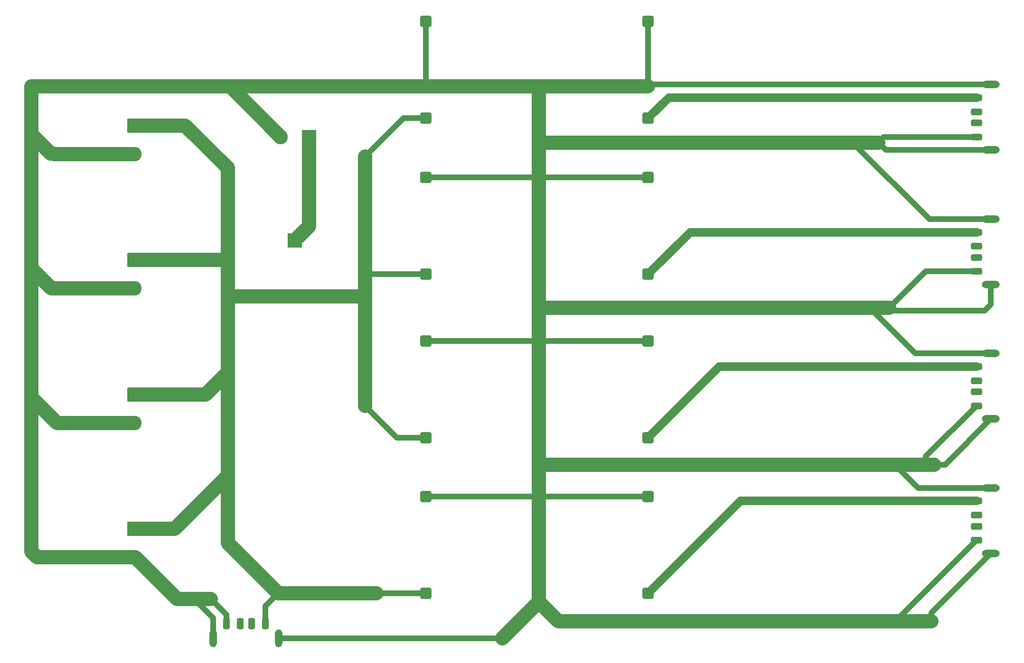
<source format=gbr>
%TF.GenerationSoftware,KiCad,Pcbnew,9.0.4*%
%TF.CreationDate,2025-09-17T14:06:31+05:30*%
%TF.ProjectId,Robot_power_board,526f626f-745f-4706-9f77-65725f626f61,rev?*%
%TF.SameCoordinates,Original*%
%TF.FileFunction,Copper,L1,Top*%
%TF.FilePolarity,Positive*%
%FSLAX46Y46*%
G04 Gerber Fmt 4.6, Leading zero omitted, Abs format (unit mm)*
G04 Created by KiCad (PCBNEW 9.0.4) date 2025-09-17 14:06:31*
%MOMM*%
%LPD*%
G01*
G04 APERTURE LIST*
G04 Aperture macros list*
%AMRoundRect*
0 Rectangle with rounded corners*
0 $1 Rounding radius*
0 $2 $3 $4 $5 $6 $7 $8 $9 X,Y pos of 4 corners*
0 Add a 4 corners polygon primitive as box body*
4,1,4,$2,$3,$4,$5,$6,$7,$8,$9,$2,$3,0*
0 Add four circle primitives for the rounded corners*
1,1,$1+$1,$2,$3*
1,1,$1+$1,$4,$5*
1,1,$1+$1,$6,$7*
1,1,$1+$1,$8,$9*
0 Add four rect primitives between the rounded corners*
20,1,$1+$1,$2,$3,$4,$5,0*
20,1,$1+$1,$4,$5,$6,$7,0*
20,1,$1+$1,$6,$7,$8,$9,0*
20,1,$1+$1,$8,$9,$2,$3,0*%
G04 Aperture macros list end*
%TA.AperFunction,ComponentPad*%
%ADD10RoundRect,0.250000X-1.050000X1.050000X-1.050000X-1.050000X1.050000X-1.050000X1.050000X1.050000X0*%
%TD*%
%TA.AperFunction,ComponentPad*%
%ADD11C,2.600000*%
%TD*%
%TA.AperFunction,ComponentPad*%
%ADD12RoundRect,0.250000X1.050000X1.050000X-1.050000X1.050000X-1.050000X-1.050000X1.050000X-1.050000X0*%
%TD*%
%TA.AperFunction,SMDPad,CuDef*%
%ADD13RoundRect,0.300000X-0.300000X0.700000X-0.300000X-0.700000X0.300000X-0.700000X0.300000X0.700000X0*%
%TD*%
%TA.AperFunction,HeatsinkPad*%
%ADD14O,1.300000X3.200000*%
%TD*%
%TA.AperFunction,SMDPad,CuDef*%
%ADD15RoundRect,0.300000X-0.700000X-0.300000X0.700000X-0.300000X0.700000X0.300000X-0.700000X0.300000X0*%
%TD*%
%TA.AperFunction,HeatsinkPad*%
%ADD16O,3.200000X1.300000*%
%TD*%
%TA.AperFunction,ComponentPad*%
%ADD17R,2.500000X2.500000*%
%TD*%
%TA.AperFunction,ComponentPad*%
%ADD18C,2.500000*%
%TD*%
%TA.AperFunction,ComponentPad*%
%ADD19RoundRect,0.300000X-0.700000X-0.700000X0.700000X-0.700000X0.700000X0.700000X-0.700000X0.700000X0*%
%TD*%
%TA.AperFunction,Conductor*%
%ADD20C,2.500000*%
%TD*%
%TA.AperFunction,Conductor*%
%ADD21C,1.000000*%
%TD*%
%TA.AperFunction,Conductor*%
%ADD22C,1.500000*%
%TD*%
G04 APERTURE END LIST*
D10*
%TO.P,J4,1,Pin_1*%
%TO.N,/12v_FUSED*%
X65827500Y-102455000D03*
D11*
%TO.P,J4,2,Pin_2*%
%TO.N,GND*%
X65827500Y-107535000D03*
%TD*%
D12*
%TO.P,J1,1,Pin_1*%
%TO.N,/12v_IN*%
X97045000Y-56500000D03*
D11*
%TO.P,J1,2,Pin_2*%
%TO.N,GND*%
X91965000Y-56500000D03*
%TD*%
D13*
%TO.P,J10,1,VBUS*%
%TO.N,/12v_FUSED*%
X89250000Y-143400000D03*
%TO.P,J10,2,D-*%
%TO.N,unconnected-(J10-D--Pad2)*%
X86750000Y-143400000D03*
%TO.P,J10,3,D+*%
%TO.N,unconnected-(J10-D+-Pad3)*%
X84750000Y-143400000D03*
%TO.P,J10,4,GND*%
%TO.N,GND*%
X82250000Y-143400000D03*
D14*
%TO.P,J10,5,Shield*%
X91600000Y-146000000D03*
X79900000Y-146000000D03*
%TD*%
D15*
%TO.P,J11,1,VBUS*%
%TO.N,/+5v_PI*%
X216025000Y-49500000D03*
%TO.P,J11,2,D-*%
%TO.N,unconnected-(J11-D--Pad2)*%
X216025000Y-52000000D03*
%TO.P,J11,3,D+*%
%TO.N,unconnected-(J11-D+-Pad3)*%
X216025000Y-54000000D03*
%TO.P,J11,4,GND*%
%TO.N,GND*%
X216025000Y-56500000D03*
D16*
%TO.P,J11,5,Shield*%
X218625000Y-47150000D03*
X218625000Y-58850000D03*
%TD*%
D10*
%TO.P,J2,1,Pin_1*%
%TO.N,/12v_FUSED*%
X65827500Y-54455000D03*
D11*
%TO.P,J2,2,Pin_2*%
%TO.N,GND*%
X65827500Y-59535000D03*
%TD*%
D17*
%TO.P,F1,1*%
%TO.N,/12v_IN*%
X94500000Y-75000000D03*
D18*
%TO.P,F1,2*%
%TO.N,/12v_FUSED*%
X94500000Y-85000000D03*
%TD*%
D15*
%TO.P,J14,1,VBUS*%
%TO.N,/+5v_EXTRA_2*%
X216025000Y-121500000D03*
%TO.P,J14,2,D-*%
%TO.N,unconnected-(J14-D--Pad2)*%
X216025000Y-124000000D03*
%TO.P,J14,3,D+*%
%TO.N,unconnected-(J14-D+-Pad3)*%
X216025000Y-126000000D03*
%TO.P,J14,4,GND*%
%TO.N,GND*%
X216025000Y-128500000D03*
D16*
%TO.P,J14,5,Shield*%
X218625000Y-119150000D03*
X218625000Y-130850000D03*
%TD*%
D19*
%TO.P,J9,1,Pin_1*%
%TO.N,/12v_FUSED*%
X117870000Y-138000000D03*
%TO.P,J9,2,Pin_2*%
%TO.N,GND*%
X117870000Y-120730000D03*
%TO.P,J9,3,Pin_3*%
%TO.N,/+5v_EXTRA_2*%
X157500000Y-138000000D03*
%TO.P,J9,4,Pin_4*%
%TO.N,GND*%
X157500000Y-120730000D03*
%TD*%
D10*
%TO.P,J3,1,Pin_1*%
%TO.N,/12v_FUSED*%
X65827500Y-78455000D03*
D11*
%TO.P,J3,2,Pin_2*%
%TO.N,GND*%
X65827500Y-83535000D03*
%TD*%
D15*
%TO.P,J13,1,VBUS*%
%TO.N,/+5v_SCREEN10*%
X216025000Y-97500000D03*
%TO.P,J13,2,D-*%
%TO.N,unconnected-(J13-D--Pad2)*%
X216025000Y-100000000D03*
%TO.P,J13,3,D+*%
%TO.N,unconnected-(J13-D+-Pad3)*%
X216025000Y-102000000D03*
%TO.P,J13,4,GND*%
%TO.N,GND*%
X216025000Y-104500000D03*
D16*
%TO.P,J13,5,Shield*%
X218625000Y-95150000D03*
X218625000Y-106850000D03*
%TD*%
D19*
%TO.P,J8,1,Pin_1*%
%TO.N,/12v_FUSED*%
X117870000Y-110166667D03*
%TO.P,J8,2,Pin_2*%
%TO.N,GND*%
X117870000Y-92896667D03*
%TO.P,J8,3,Pin_3*%
%TO.N,/+5v_SCREEN10*%
X157500000Y-110166667D03*
%TO.P,J8,4,Pin_4*%
%TO.N,GND*%
X157500000Y-92896667D03*
%TD*%
D10*
%TO.P,J5,1,Pin_1*%
%TO.N,/12v_FUSED*%
X65827500Y-126455000D03*
D11*
%TO.P,J5,2,Pin_2*%
%TO.N,GND*%
X65827500Y-131535000D03*
%TD*%
D19*
%TO.P,J6,1,Pin_1*%
%TO.N,/12v_FUSED*%
X117870000Y-53166667D03*
%TO.P,J6,2,Pin_2*%
%TO.N,GND*%
X117870000Y-35896667D03*
%TO.P,J6,3,Pin_3*%
%TO.N,/+5v_PI*%
X157500000Y-53166667D03*
%TO.P,J6,4,Pin_4*%
%TO.N,GND*%
X157500000Y-35896667D03*
%TD*%
%TO.P,J7,1,Pin_1*%
%TO.N,/12v_FUSED*%
X117870000Y-81000000D03*
%TO.P,J7,2,Pin_2*%
%TO.N,GND*%
X117870000Y-63730000D03*
%TO.P,J7,3,Pin_3*%
%TO.N,/+5v_EXTRA_1*%
X157500000Y-81000000D03*
%TO.P,J7,4,Pin_4*%
%TO.N,GND*%
X157500000Y-63730000D03*
%TD*%
D15*
%TO.P,J12,1,VBUS*%
%TO.N,/+5v_EXTRA_1*%
X216025000Y-73500000D03*
%TO.P,J12,2,D-*%
%TO.N,unconnected-(J12-D--Pad2)*%
X216025000Y-76000000D03*
%TO.P,J12,3,D+*%
%TO.N,unconnected-(J12-D+-Pad3)*%
X216025000Y-78000000D03*
%TO.P,J12,4,GND*%
%TO.N,GND*%
X216025000Y-80500000D03*
D16*
%TO.P,J12,5,Shield*%
X218625000Y-71150000D03*
X218625000Y-82850000D03*
%TD*%
D20*
%TO.N,/12v_IN*%
X97045000Y-56500000D02*
X97045000Y-72455000D01*
X97045000Y-72455000D02*
X94500000Y-75000000D01*
%TO.N,/12v_FUSED*%
X82500000Y-117000000D02*
X82500000Y-98500000D01*
D21*
X117870000Y-81000000D02*
X107000000Y-81000000D01*
D20*
X82500000Y-78500000D02*
X82500000Y-62000000D01*
X107000000Y-81000000D02*
X107000000Y-60000000D01*
X82500000Y-98500000D02*
X82500000Y-85000000D01*
D21*
X113833333Y-53166667D02*
X107000000Y-60000000D01*
X112666667Y-110166667D02*
X107000000Y-104500000D01*
D20*
X74955000Y-54455000D02*
X65827500Y-54455000D01*
X82500000Y-117000000D02*
X82500000Y-129000000D01*
X65827500Y-102455000D02*
X78545000Y-102455000D01*
X78545000Y-102455000D02*
X82500000Y-98500000D01*
D21*
X89250000Y-143400000D02*
X89250000Y-140250000D01*
D20*
X65827500Y-126455000D02*
X73045000Y-126455000D01*
X82500000Y-129000000D02*
X91500000Y-138000000D01*
X82455000Y-78455000D02*
X82500000Y-78500000D01*
X82500000Y-85000000D02*
X82500000Y-78500000D01*
D21*
X117870000Y-110166667D02*
X112666667Y-110166667D01*
D20*
X94500000Y-85000000D02*
X107000000Y-85000000D01*
X91500000Y-138000000D02*
X109000000Y-138000000D01*
X107000000Y-85000000D02*
X107000000Y-81000000D01*
X73045000Y-126455000D02*
X82500000Y-117000000D01*
X94500000Y-85000000D02*
X82500000Y-85000000D01*
X107000000Y-85000000D02*
X107000000Y-104500000D01*
D21*
X89250000Y-140250000D02*
X91500000Y-138000000D01*
D20*
X82500000Y-62000000D02*
X74955000Y-54455000D01*
D21*
X117870000Y-53166667D02*
X113833333Y-53166667D01*
X117870000Y-138000000D02*
X109000000Y-138000000D01*
D20*
X65827500Y-78455000D02*
X82455000Y-78455000D01*
%TO.N,GND*%
X65827500Y-107535000D02*
X52035000Y-107535000D01*
D21*
X216025000Y-104500000D02*
X207000000Y-113525000D01*
X218625000Y-130850000D02*
X208000000Y-141475000D01*
D20*
X202000000Y-143000000D02*
X208000000Y-143000000D01*
X65827500Y-59535000D02*
X51535000Y-59535000D01*
X73500000Y-139000000D02*
X76500000Y-139000000D01*
D21*
X218625000Y-82850000D02*
X218625000Y-86375000D01*
D20*
X138000000Y-57500000D02*
X138000000Y-64000000D01*
X47500000Y-47500000D02*
X47500000Y-56000000D01*
D21*
X117870000Y-35896667D02*
X117870000Y-47370000D01*
X117870000Y-92896667D02*
X137896667Y-92896667D01*
X218625000Y-119150000D02*
X205650000Y-119150000D01*
X137730000Y-63730000D02*
X138000000Y-64000000D01*
X157500000Y-92896667D02*
X138103333Y-92896667D01*
D20*
X141500000Y-143000000D02*
X202000000Y-143000000D01*
D21*
X202000000Y-142525000D02*
X202000000Y-143000000D01*
X137896667Y-92896667D02*
X138000000Y-93000000D01*
D20*
X47500000Y-103000000D02*
X52035000Y-107535000D01*
X65827500Y-83535000D02*
X51035000Y-83535000D01*
D21*
X210475000Y-115000000D02*
X208500000Y-115000000D01*
D20*
X51000000Y-59500000D02*
X47500000Y-56000000D01*
X48535000Y-131535000D02*
X47500000Y-130500000D01*
X194000000Y-57500000D02*
X198500000Y-57500000D01*
X138000000Y-47500000D02*
X157500000Y-47500000D01*
D21*
X138103333Y-92896667D02*
X138000000Y-93000000D01*
X216025000Y-128500000D02*
X202000000Y-142525000D01*
X157500000Y-120730000D02*
X138270000Y-120730000D01*
X82250000Y-141750000D02*
X79500000Y-139000000D01*
D20*
X91965000Y-56500000D02*
X82965000Y-47500000D01*
X65827500Y-131535000D02*
X66035000Y-131535000D01*
D21*
X205150000Y-95150000D02*
X197000000Y-87000000D01*
D20*
X138000000Y-139500000D02*
X141500000Y-143000000D01*
D21*
X79900000Y-142400000D02*
X76500000Y-139000000D01*
X137730000Y-120730000D02*
X138000000Y-121000000D01*
D20*
X66035000Y-131535000D02*
X73500000Y-139000000D01*
D21*
X91600000Y-146000000D02*
X131500000Y-146000000D01*
D20*
X138000000Y-139500000D02*
X131500000Y-146000000D01*
D21*
X207650000Y-71150000D02*
X194000000Y-57500000D01*
X216025000Y-80500000D02*
X207000000Y-80500000D01*
D20*
X197000000Y-87000000D02*
X200500000Y-87000000D01*
D21*
X199850000Y-58850000D02*
X198500000Y-57500000D01*
D20*
X51500000Y-59500000D02*
X51000000Y-59500000D01*
X82965000Y-47500000D02*
X47500000Y-47500000D01*
X138000000Y-121000000D02*
X138000000Y-139500000D01*
D21*
X207000000Y-113525000D02*
X207000000Y-115000000D01*
D20*
X47500000Y-130500000D02*
X47500000Y-103000000D01*
X93000000Y-47500000D02*
X118000000Y-47500000D01*
D21*
X157500000Y-47500000D02*
X157850000Y-47150000D01*
X79900000Y-146000000D02*
X79900000Y-142400000D01*
X218625000Y-58850000D02*
X199850000Y-58850000D01*
D20*
X118000000Y-47500000D02*
X138000000Y-47500000D01*
D21*
X199500000Y-56500000D02*
X198500000Y-57500000D01*
X117870000Y-120730000D02*
X137730000Y-120730000D01*
D20*
X138000000Y-64000000D02*
X138000000Y-87000000D01*
X201500000Y-115000000D02*
X207000000Y-115000000D01*
D21*
X138270000Y-63730000D02*
X138000000Y-64000000D01*
X205650000Y-119150000D02*
X201500000Y-115000000D01*
D20*
X138000000Y-87000000D02*
X197000000Y-87000000D01*
D21*
X82250000Y-143400000D02*
X82250000Y-141750000D01*
D20*
X138000000Y-115000000D02*
X201500000Y-115000000D01*
X51535000Y-59535000D02*
X51500000Y-59500000D01*
D21*
X157850000Y-47150000D02*
X218625000Y-47150000D01*
X218625000Y-71150000D02*
X207650000Y-71150000D01*
X218625000Y-86375000D02*
X217500000Y-87500000D01*
D20*
X51035000Y-83535000D02*
X47500000Y-80000000D01*
X47500000Y-80000000D02*
X47500000Y-56000000D01*
X47500000Y-80000000D02*
X47500000Y-103000000D01*
D21*
X138270000Y-120730000D02*
X138000000Y-121000000D01*
D20*
X138000000Y-115000000D02*
X138000000Y-121000000D01*
X65827500Y-131535000D02*
X48535000Y-131535000D01*
D21*
X157500000Y-63730000D02*
X138270000Y-63730000D01*
D20*
X138000000Y-93000000D02*
X138000000Y-115000000D01*
X82965000Y-47500000D02*
X93000000Y-47500000D01*
D21*
X157500000Y-35896667D02*
X157500000Y-47500000D01*
X207000000Y-80500000D02*
X200500000Y-87000000D01*
X208000000Y-141475000D02*
X208000000Y-143000000D01*
X218625000Y-95150000D02*
X205150000Y-95150000D01*
D20*
X76500000Y-139000000D02*
X79500000Y-139000000D01*
D21*
X201000000Y-87500000D02*
X200500000Y-87000000D01*
X117870000Y-63730000D02*
X137730000Y-63730000D01*
X216025000Y-56500000D02*
X199500000Y-56500000D01*
D20*
X138000000Y-47500000D02*
X138000000Y-57500000D01*
X138000000Y-57500000D02*
X194000000Y-57500000D01*
D21*
X217500000Y-87500000D02*
X201000000Y-87500000D01*
X218625000Y-106850000D02*
X210475000Y-115000000D01*
X117870000Y-47370000D02*
X118000000Y-47500000D01*
D20*
X207000000Y-115000000D02*
X208500000Y-115000000D01*
X138000000Y-87000000D02*
X138000000Y-93000000D01*
D22*
%TO.N,/+5v_PI*%
X157500000Y-53166667D02*
X161166667Y-49500000D01*
X161166667Y-49500000D02*
X216025000Y-49500000D01*
%TO.N,/+5v_SCREEN10*%
X170166667Y-97500000D02*
X216025000Y-97500000D01*
X157500000Y-110166667D02*
X170166667Y-97500000D01*
%TO.N,/+5v_EXTRA_1*%
X165000000Y-73500000D02*
X216025000Y-73500000D01*
X157500000Y-81000000D02*
X165000000Y-73500000D01*
%TO.N,/+5v_EXTRA_2*%
X174000000Y-121500000D02*
X216025000Y-121500000D01*
X157500000Y-138000000D02*
X174000000Y-121500000D01*
%TD*%
M02*

</source>
